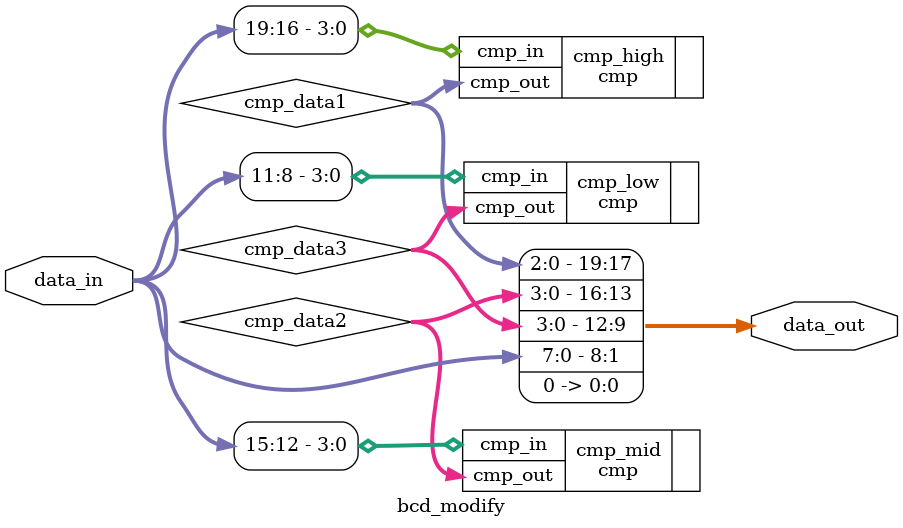
<source format=v>
module bcd_modify(
	input			[19:0]		data_in,
	
	output			[19:0]		data_out
);

	wire			[3:0]		cmp_data1;				//比较后百位数据
	wire			[3:0]		cmp_data2;				//比较后十位数据
	wire			[3:0]		cmp_data3;				//比较后个位数据

	cmp cmp_high(.cmp_in(data_in[19:16]), .cmp_out(cmp_data1));
	
	cmp cmp_mid(.cmp_in(data_in[15:12]),  .cmp_out(cmp_data2));
	
	cmp cmp_low(.cmp_in(data_in[11:8]),   .cmp_out(cmp_data3));
	
	assign	data_out = {cmp_data1[2:0], cmp_data2[3:0], cmp_data3[3:0], data_in[7:0], 1'b0};	//整体序列左移

endmodule

</source>
